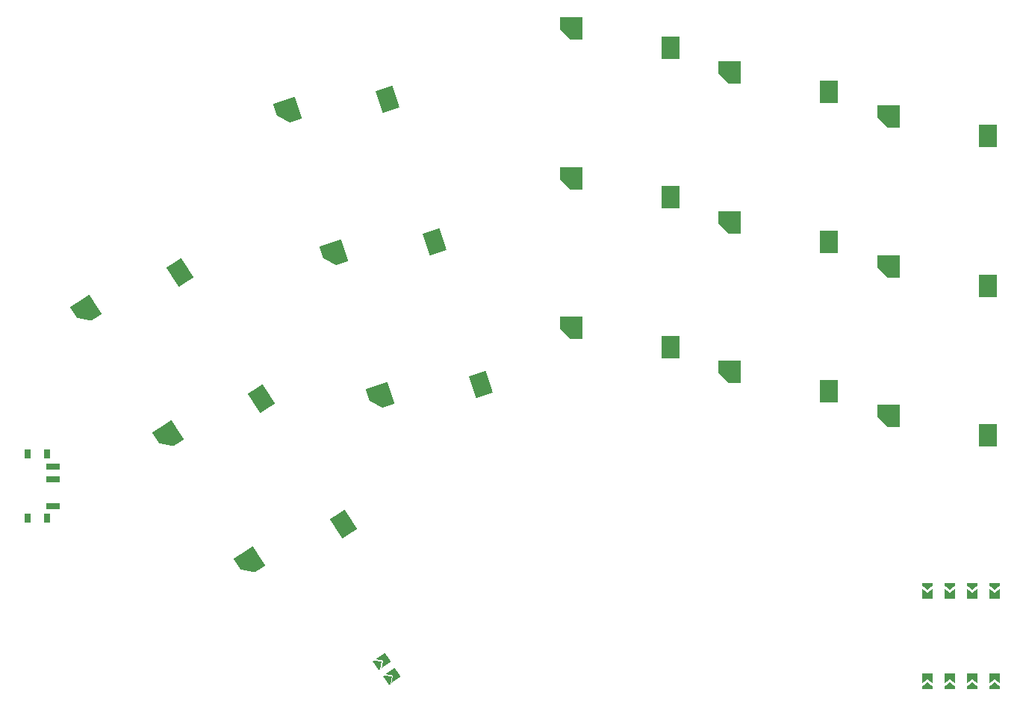
<source format=gbr>
%TF.GenerationSoftware,KiCad,Pcbnew,9.0.6*%
%TF.CreationDate,2025-12-19T17:46:44-08:00*%
%TF.ProjectId,aphelo30,61706865-6c6f-4333-902e-6b696361645f,v1.0.0*%
%TF.SameCoordinates,Original*%
%TF.FileFunction,Paste,Bot*%
%TF.FilePolarity,Positive*%
%FSLAX46Y46*%
G04 Gerber Fmt 4.6, Leading zero omitted, Abs format (unit mm)*
G04 Created by KiCad (PCBNEW 9.0.6) date 2025-12-19 17:46:44*
%MOMM*%
%LPD*%
G01*
G04 APERTURE LIST*
G04 Aperture macros list*
%AMRotRect*
0 Rectangle, with rotation*
0 The origin of the aperture is its center*
0 $1 length*
0 $2 width*
0 $3 Rotation angle, in degrees counterclockwise*
0 Add horizontal line*
21,1,$1,$2,0,0,$3*%
%AMOutline5P*
0 Free polygon, 5 corners , with rotation*
0 The origin of the aperture is its center*
0 number of corners: always 5*
0 $1 to $10 corner X, Y*
0 $11 Rotation angle, in degrees counterclockwise*
0 create outline with 5 corners*
4,1,5,$1,$2,$3,$4,$5,$6,$7,$8,$9,$10,$1,$2,$11*%
%AMOutline6P*
0 Free polygon, 6 corners , with rotation*
0 The origin of the aperture is its center*
0 number of corners: always 6*
0 $1 to $12 corner X, Y*
0 $13 Rotation angle, in degrees counterclockwise*
0 create outline with 6 corners*
4,1,6,$1,$2,$3,$4,$5,$6,$7,$8,$9,$10,$11,$12,$1,$2,$13*%
%AMOutline7P*
0 Free polygon, 7 corners , with rotation*
0 The origin of the aperture is its center*
0 number of corners: always 7*
0 $1 to $14 corner X, Y*
0 $15 Rotation angle, in degrees counterclockwise*
0 create outline with 7 corners*
4,1,7,$1,$2,$3,$4,$5,$6,$7,$8,$9,$10,$11,$12,$13,$14,$1,$2,$15*%
%AMOutline8P*
0 Free polygon, 8 corners , with rotation*
0 The origin of the aperture is its center*
0 number of corners: always 8*
0 $1 to $16 corner X, Y*
0 $17 Rotation angle, in degrees counterclockwise*
0 create outline with 8 corners*
4,1,8,$1,$2,$3,$4,$5,$6,$7,$8,$9,$10,$11,$12,$13,$14,$15,$16,$1,$2,$17*%
%AMFreePoly0*
4,1,6,0.600000,-1.000000,0.000000,-0.400000,-0.600000,-1.000000,-0.600000,0.250000,0.600000,0.250000,0.600000,-1.000000,0.600000,-1.000000,$1*%
%AMFreePoly1*
4,1,6,0.600000,-0.200001,0.600000,-0.400000,-0.600000,-0.400000,-0.600000,-0.200000,0.000000,0.400000,0.600000,-0.200001,0.600000,-0.200001,$1*%
%AMFreePoly2*
4,1,6,0.250000,0.000000,-0.250000,-0.625000,-0.500000,-0.625000,-0.500000,0.625000,-0.250000,0.625000,0.250000,0.000000,0.250000,0.000000,$1*%
%AMFreePoly3*
4,1,6,0.500000,-0.625000,-0.650000,-0.625000,-0.150000,0.000000,-0.650000,0.625000,0.500000,0.625000,0.500000,-0.625000,0.500000,-0.625000,$1*%
G04 Aperture macros list end*
%ADD10FreePoly0,305.000000*%
%ADD11FreePoly1,305.000000*%
%ADD12Outline5P,-1.300000X1.300000X1.300000X1.300000X1.300000X-1.300000X-0.117000X-1.300000X-1.300000X-0.117000X33.000000*%
%ADD13RotRect,2.000000X2.600000X33.000000*%
%ADD14R,2.000000X2.600000*%
%ADD15Outline5P,-1.300000X1.300000X1.300000X1.300000X1.300000X-1.300000X-0.117000X-1.300000X-1.300000X-0.117000X0.000000*%
%ADD16RotRect,2.000000X2.600000X18.000000*%
%ADD17Outline5P,-1.300000X1.300000X1.300000X1.300000X1.300000X-1.300000X-0.117000X-1.300000X-1.300000X-0.117000X18.000000*%
%ADD18FreePoly2,90.000000*%
%ADD19FreePoly3,90.000000*%
%ADD20FreePoly3,270.000000*%
%ADD21FreePoly2,270.000000*%
%ADD22R,1.500000X0.700000*%
%ADD23R,0.800000X1.000000*%
G04 APERTURE END LIST*
D10*
%TO.C,JST1*%
X110652105Y-109406490D03*
X109504952Y-107768186D03*
D11*
X108672693Y-108350939D03*
X109819846Y-109989243D03*
%TD*%
D12*
%TO.C,S1*%
X94012752Y-96793603D03*
D13*
X104646001Y-92511489D03*
%TD*%
D14*
%TO.C,S8*%
X141746796Y-55452529D03*
D15*
X130496796Y-53252529D03*
%TD*%
D14*
%TO.C,S9*%
X141746796Y-38452529D03*
D15*
X130496796Y-36252529D03*
%TD*%
D13*
%TO.C,S2*%
X95387137Y-78254089D03*
D12*
X84753888Y-82536203D03*
%TD*%
D13*
%TO.C,S3*%
X86128274Y-63996690D03*
D12*
X75495025Y-68278804D03*
%TD*%
D16*
%TO.C,S4*%
X120225471Y-76661014D03*
D17*
X108846248Y-78045130D03*
%TD*%
D16*
%TO.C,S5*%
X114972182Y-60493053D03*
D17*
X103592959Y-61877169D03*
%TD*%
D16*
%TO.C,S6*%
X109718893Y-44325093D03*
D17*
X98339670Y-45709209D03*
%TD*%
D14*
%TO.C,S7*%
X141746796Y-72452529D03*
D15*
X130496796Y-70252529D03*
%TD*%
D14*
%TO.C,S10*%
X159746796Y-77452529D03*
D15*
X148496796Y-75252529D03*
%TD*%
D14*
%TO.C,S11*%
X159746796Y-60452529D03*
D15*
X148496796Y-58252529D03*
%TD*%
D14*
%TO.C,S12*%
X159746796Y-43452529D03*
D15*
X148496796Y-41252529D03*
%TD*%
D14*
%TO.C,S13*%
X177746796Y-82452529D03*
D15*
X166496796Y-80252529D03*
%TD*%
D14*
%TO.C,S14*%
X177746796Y-65452529D03*
D15*
X166496796Y-63252529D03*
%TD*%
D14*
%TO.C,S15*%
X177746796Y-48452529D03*
D15*
X166496796Y-46252529D03*
%TD*%
D18*
%TO.C,MCU1*%
X170851796Y-110702529D03*
D19*
X170851796Y-109977529D03*
D20*
X170851796Y-100427529D03*
D21*
X170851796Y-99702529D03*
D18*
X173391796Y-110702529D03*
D19*
X173391796Y-109977529D03*
D20*
X173391796Y-100427529D03*
D21*
X173391796Y-99702529D03*
D18*
X175931796Y-110702529D03*
D19*
X175931796Y-109977529D03*
D20*
X175931796Y-100427529D03*
D21*
X175931796Y-99702529D03*
D18*
X178471796Y-110702529D03*
D19*
X178471796Y-109977529D03*
D20*
X178471796Y-100427529D03*
D21*
X178471796Y-99702529D03*
%TD*%
D22*
%TO.C,PWR1*%
X71760000Y-85952529D03*
X71760000Y-87452529D03*
X71760000Y-90452529D03*
D23*
X68900000Y-84552529D03*
X71110000Y-84552529D03*
X68900000Y-91852529D03*
X71110000Y-91852529D03*
%TD*%
M02*

</source>
